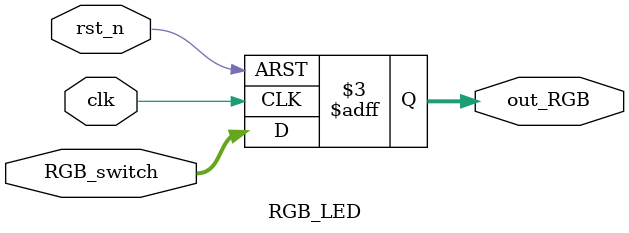
<source format=v>
`timescale 1ns / 1ps


module RGB_LED(
    input clk,
    input [2:0]RGB_switch,    //高电平有效,从最高位到最低为分别控制红绿蓝灯
    input rst_n,
    output reg[2:0]out_RGB
    );
    always @(posedge clk or negedge rst_n)           
        begin                                        
            if(!rst_n)                               
                out_RGB = 3'b111;                                                           
            else
                out_RGB = RGB_switch;                               
        end                                          
endmodule

</source>
